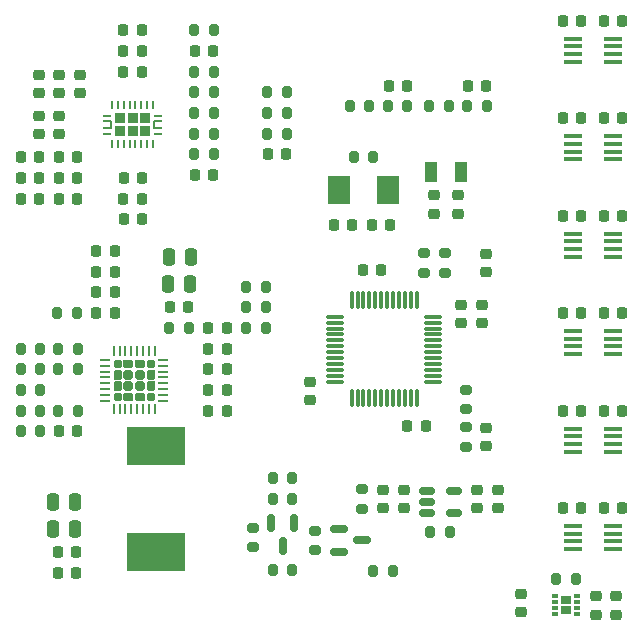
<source format=gbr>
%TF.GenerationSoftware,KiCad,Pcbnew,8.0.7*%
%TF.CreationDate,2025-01-12T17:23:01+01:00*%
%TF.ProjectId,MermaidControlUnit,4d65726d-6169-4644-936f-6e74726f6c55,rev?*%
%TF.SameCoordinates,PXb2564c0PY59d60c0*%
%TF.FileFunction,Paste,Top*%
%TF.FilePolarity,Positive*%
%FSLAX46Y46*%
G04 Gerber Fmt 4.6, Leading zero omitted, Abs format (unit mm)*
G04 Created by KiCad (PCBNEW 8.0.7) date 2025-01-12 17:23:01*
%MOMM*%
%LPD*%
G01*
G04 APERTURE LIST*
G04 Aperture macros list*
%AMRoundRect*
0 Rectangle with rounded corners*
0 $1 Rounding radius*
0 $2 $3 $4 $5 $6 $7 $8 $9 X,Y pos of 4 corners*
0 Add a 4 corners polygon primitive as box body*
4,1,4,$2,$3,$4,$5,$6,$7,$8,$9,$2,$3,0*
0 Add four circle primitives for the rounded corners*
1,1,$1+$1,$2,$3*
1,1,$1+$1,$4,$5*
1,1,$1+$1,$6,$7*
1,1,$1+$1,$8,$9*
0 Add four rect primitives between the rounded corners*
20,1,$1+$1,$2,$3,$4,$5,0*
20,1,$1+$1,$4,$5,$6,$7,0*
20,1,$1+$1,$6,$7,$8,$9,0*
20,1,$1+$1,$8,$9,$2,$3,0*%
%AMFreePoly0*
4,1,19,0.290204,0.301344,0.321117,0.247801,0.322490,0.232106,0.322490,-0.157228,0.301344,-0.215326,0.296017,-0.221139,0.221139,-0.296017,0.165105,-0.322146,0.157228,-0.322490,-0.232106,-0.322490,-0.290204,-0.301344,-0.321117,-0.247801,-0.322490,-0.232106,-0.322490,0.232106,-0.301344,0.290204,-0.247801,0.321117,-0.232106,0.322490,0.232106,0.322490,0.290204,0.301344,0.290204,0.301344,
$1*%
%AMFreePoly1*
4,1,21,0.231572,0.385173,0.236504,0.380653,0.300030,0.317127,0.322198,0.269587,0.322490,0.262904,0.322490,-0.262904,0.304550,-0.312195,0.300030,-0.317127,0.236504,-0.380653,0.188964,-0.402821,0.182281,-0.403113,-0.245807,-0.403113,-0.295098,-0.385173,-0.321325,-0.339746,-0.322490,-0.326430,-0.322490,0.326430,-0.304550,0.375721,-0.259123,0.401948,-0.245807,0.403113,0.182281,0.403113,
0.231572,0.385173,0.231572,0.385173,$1*%
%AMFreePoly2*
4,1,19,0.215326,0.301344,0.221139,0.296017,0.296017,0.221139,0.322146,0.165105,0.322490,0.157228,0.322490,-0.232106,0.301344,-0.290204,0.247801,-0.321117,0.232106,-0.322490,-0.232106,-0.322490,-0.290204,-0.301344,-0.321117,-0.247801,-0.322490,-0.232106,-0.322490,0.232106,-0.301344,0.290204,-0.247801,0.321117,-0.232106,0.322490,0.157228,0.322490,0.215326,0.301344,0.215326,0.301344,
$1*%
%AMFreePoly3*
4,1,21,0.375721,0.304550,0.401948,0.259123,0.403113,0.245807,0.403113,-0.182281,0.385173,-0.231572,0.380653,-0.236504,0.317127,-0.300030,0.269587,-0.322198,0.262904,-0.322490,-0.262904,-0.322490,-0.312195,-0.304550,-0.317127,-0.300030,-0.380653,-0.236504,-0.402821,-0.188964,-0.403113,-0.182281,-0.403113,0.245807,-0.385173,0.295098,-0.339746,0.321325,-0.326430,0.322490,0.326430,0.322490,
0.375721,0.304550,0.375721,0.304550,$1*%
%AMFreePoly4*
4,1,21,0.312195,0.304550,0.317127,0.300030,0.380653,0.236504,0.402821,0.188964,0.403113,0.182281,0.403113,-0.245807,0.385173,-0.295098,0.339746,-0.321325,0.326430,-0.322490,-0.326430,-0.322490,-0.375721,-0.304550,-0.401948,-0.259123,-0.403113,-0.245807,-0.403113,0.182281,-0.385173,0.231572,-0.380653,0.236504,-0.317127,0.300030,-0.269587,0.322198,-0.262904,0.322490,0.262904,0.322490,
0.312195,0.304550,0.312195,0.304550,$1*%
%AMFreePoly5*
4,1,19,0.290204,0.301344,0.321117,0.247801,0.322490,0.232106,0.322490,-0.232106,0.301344,-0.290204,0.247801,-0.321117,0.232106,-0.322490,-0.157228,-0.322490,-0.215326,-0.301344,-0.221139,-0.296017,-0.296017,-0.221139,-0.322146,-0.165105,-0.322490,-0.157228,-0.322490,0.232106,-0.301344,0.290204,-0.247801,0.321117,-0.232106,0.322490,0.232106,0.322490,0.290204,0.301344,0.290204,0.301344,
$1*%
%AMFreePoly6*
4,1,21,0.295098,0.385173,0.321325,0.339746,0.322490,0.326430,0.322490,-0.326430,0.304550,-0.375721,0.259123,-0.401948,0.245807,-0.403113,-0.182281,-0.403113,-0.231572,-0.385173,-0.236504,-0.380653,-0.300030,-0.317127,-0.322198,-0.269587,-0.322490,-0.262904,-0.322490,0.262904,-0.304550,0.312195,-0.300030,0.317127,-0.236504,0.380653,-0.188964,0.402821,-0.182281,0.403113,0.245807,0.403113,
0.295098,0.385173,0.295098,0.385173,$1*%
%AMFreePoly7*
4,1,19,0.290204,0.301344,0.321117,0.247801,0.322490,0.232106,0.322490,-0.232106,0.301344,-0.290204,0.247801,-0.321117,0.232106,-0.322490,-0.232106,-0.322490,-0.290204,-0.301344,-0.321117,-0.247801,-0.322490,-0.232106,-0.322490,0.157228,-0.301344,0.215326,-0.296017,0.221139,-0.221139,0.296017,-0.165105,0.322146,-0.157228,0.322490,0.232106,0.322490,0.290204,0.301344,0.290204,0.301344,
$1*%
G04 Aperture macros list end*
%ADD10RoundRect,0.225000X-0.250000X0.225000X-0.250000X-0.225000X0.250000X-0.225000X0.250000X0.225000X0*%
%ADD11RoundRect,0.200000X-0.200000X-0.275000X0.200000X-0.275000X0.200000X0.275000X-0.200000X0.275000X0*%
%ADD12RoundRect,0.200000X0.200000X0.275000X-0.200000X0.275000X-0.200000X-0.275000X0.200000X-0.275000X0*%
%ADD13R,1.000000X1.800000*%
%ADD14RoundRect,0.250000X-0.250000X-0.475000X0.250000X-0.475000X0.250000X0.475000X-0.250000X0.475000X0*%
%ADD15RoundRect,0.225000X-0.225000X-0.250000X0.225000X-0.250000X0.225000X0.250000X-0.225000X0.250000X0*%
%ADD16RoundRect,0.218750X-0.256250X0.218750X-0.256250X-0.218750X0.256250X-0.218750X0.256250X0.218750X0*%
%ADD17RoundRect,0.218750X0.218750X0.256250X-0.218750X0.256250X-0.218750X-0.256250X0.218750X-0.256250X0*%
%ADD18RoundRect,0.218750X-0.218750X-0.256250X0.218750X-0.256250X0.218750X0.256250X-0.218750X0.256250X0*%
%ADD19RoundRect,0.225000X0.250000X-0.225000X0.250000X0.225000X-0.250000X0.225000X-0.250000X-0.225000X0*%
%ADD20R,0.850000X0.650000*%
%ADD21R,0.500000X0.300000*%
%ADD22RoundRect,0.250000X0.250000X0.475000X-0.250000X0.475000X-0.250000X-0.475000X0.250000X-0.475000X0*%
%ADD23RoundRect,0.225000X0.225000X0.250000X-0.225000X0.250000X-0.225000X-0.250000X0.225000X-0.250000X0*%
%ADD24R,1.600000X0.300000*%
%ADD25RoundRect,0.200000X0.275000X-0.200000X0.275000X0.200000X-0.275000X0.200000X-0.275000X-0.200000X0*%
%ADD26RoundRect,0.150000X-0.587500X-0.150000X0.587500X-0.150000X0.587500X0.150000X-0.587500X0.150000X0*%
%ADD27R,0.850000X0.920000*%
%ADD28R,0.250000X0.750000*%
%ADD29RoundRect,0.050400X0.249600X-0.069600X0.249600X0.069600X-0.249600X0.069600X-0.249600X-0.069600X0*%
%ADD30RoundRect,0.050400X0.069600X-0.249600X0.069600X0.249600X-0.069600X0.249600X-0.069600X-0.249600X0*%
%ADD31RoundRect,0.050000X0.250000X-0.050000X0.250000X0.050000X-0.250000X0.050000X-0.250000X-0.050000X0*%
%ADD32RoundRect,0.075000X-0.075000X0.662500X-0.075000X-0.662500X0.075000X-0.662500X0.075000X0.662500X0*%
%ADD33RoundRect,0.075000X-0.662500X0.075000X-0.662500X-0.075000X0.662500X-0.075000X0.662500X0.075000X0*%
%ADD34R,1.900000X2.400000*%
%ADD35RoundRect,0.200000X-0.275000X0.200000X-0.275000X-0.200000X0.275000X-0.200000X0.275000X0.200000X0*%
%ADD36R,4.953000X3.175000*%
%ADD37FreePoly0,0.000000*%
%ADD38FreePoly1,0.000000*%
%ADD39FreePoly2,0.000000*%
%ADD40FreePoly3,0.000000*%
%ADD41RoundRect,0.201557X-0.201556X-0.201556X0.201556X-0.201556X0.201556X0.201556X-0.201556X0.201556X0*%
%ADD42FreePoly4,0.000000*%
%ADD43FreePoly5,0.000000*%
%ADD44FreePoly6,0.000000*%
%ADD45FreePoly7,0.000000*%
%ADD46RoundRect,0.062500X-0.337500X-0.062500X0.337500X-0.062500X0.337500X0.062500X-0.337500X0.062500X0*%
%ADD47RoundRect,0.062500X-0.062500X-0.337500X0.062500X-0.337500X0.062500X0.337500X-0.062500X0.337500X0*%
%ADD48RoundRect,0.150000X-0.150000X0.587500X-0.150000X-0.587500X0.150000X-0.587500X0.150000X0.587500X0*%
%ADD49RoundRect,0.150000X-0.512500X-0.150000X0.512500X-0.150000X0.512500X0.150000X-0.512500X0.150000X0*%
G04 APERTURE END LIST*
D10*
%TO.C,C9*%
X50100000Y35412500D03*
X50100000Y33862500D03*
%TD*%
D11*
%TO.C,R30*%
X25775000Y48150000D03*
X27425000Y48150000D03*
%TD*%
D10*
%TO.C,C56*%
X61500000Y10725000D03*
X61500000Y9175000D03*
%TD*%
D12*
%TO.C,R35*%
X27425000Y53400000D03*
X25775000Y53400000D03*
%TD*%
D13*
%TO.C,Y2*%
X48350000Y46637500D03*
X45850000Y46637500D03*
%TD*%
D12*
%TO.C,R12*%
X47425000Y16200000D03*
X45775000Y16200000D03*
%TD*%
D14*
%TO.C,C60*%
X23600000Y39450000D03*
X25500000Y39450000D03*
%TD*%
D15*
%TO.C,C51*%
X25825000Y56900000D03*
X27375000Y56900000D03*
%TD*%
D16*
%TO.C,D3*%
X50500000Y24987500D03*
X50500000Y23412500D03*
%TD*%
D17*
%TO.C,D8*%
X27387500Y46400000D03*
X25812500Y46400000D03*
%TD*%
D18*
%TO.C,D7*%
X17462500Y39950000D03*
X19037500Y39950000D03*
%TD*%
D17*
%TO.C,D6*%
X19037500Y38200000D03*
X17462500Y38200000D03*
%TD*%
D19*
%TO.C,C44*%
X16100000Y53350000D03*
X16100000Y54900000D03*
%TD*%
D20*
%TO.C,U11*%
X57250000Y10450000D03*
X57250000Y9575000D03*
D21*
X56350000Y10762500D03*
X56350000Y10262500D03*
X56350000Y9762500D03*
X56350000Y9262500D03*
X58150000Y9262500D03*
X58150000Y9762500D03*
X58150000Y10262500D03*
X58150000Y10762500D03*
%TD*%
D22*
%TO.C,C58*%
X15700000Y18700000D03*
X13800000Y18700000D03*
%TD*%
D11*
%TO.C,R34*%
X31975000Y49850000D03*
X33625000Y49850000D03*
%TD*%
D15*
%TO.C,C26*%
X60475000Y59450000D03*
X62025000Y59450000D03*
%TD*%
D11*
%TO.C,R28*%
X30175000Y35200000D03*
X31825000Y35200000D03*
%TD*%
D15*
%TO.C,C16*%
X26975000Y26450000D03*
X28525000Y26450000D03*
%TD*%
%TO.C,C48*%
X19775000Y55150000D03*
X21325000Y55150000D03*
%TD*%
%TO.C,C38*%
X11075000Y44400000D03*
X12625000Y44400000D03*
%TD*%
D10*
%TO.C,C12*%
X41750000Y19725000D03*
X41750000Y18175000D03*
%TD*%
D23*
%TO.C,C23*%
X15775000Y14450000D03*
X14225000Y14450000D03*
%TD*%
D24*
%TO.C,U8*%
X57800000Y41425000D03*
X57800000Y40775000D03*
X57800000Y40125000D03*
X57800000Y39475000D03*
X61200000Y39475000D03*
X61200000Y40125000D03*
X61200000Y40775000D03*
X61200000Y41425000D03*
%TD*%
D17*
%TO.C,D4*%
X19037500Y34700000D03*
X17462500Y34700000D03*
%TD*%
D25*
%TO.C,R38*%
X40000000Y18125000D03*
X40000000Y19775000D03*
%TD*%
D11*
%TO.C,R31*%
X25775000Y49900000D03*
X27425000Y49900000D03*
%TD*%
D23*
%TO.C,C33*%
X58525000Y18200000D03*
X56975000Y18200000D03*
%TD*%
D15*
%TO.C,C43*%
X14325000Y47900000D03*
X15875000Y47900000D03*
%TD*%
D23*
%TO.C,C22*%
X15875000Y24700000D03*
X14325000Y24700000D03*
%TD*%
D24*
%TO.C,U4*%
X57800000Y57925000D03*
X57800000Y57275000D03*
X57800000Y56625000D03*
X57800000Y55975000D03*
X61200000Y55975000D03*
X61200000Y56625000D03*
X61200000Y57275000D03*
X61200000Y57925000D03*
%TD*%
D23*
%TO.C,C3*%
X39125000Y42137500D03*
X37575000Y42137500D03*
%TD*%
D26*
%TO.C,D1*%
X38062500Y16400000D03*
X38062500Y14500000D03*
X39937500Y15450000D03*
%TD*%
D27*
%TO.C,U10*%
X19500000Y50090000D03*
X20550000Y50090000D03*
X21600000Y50090000D03*
D28*
X18750000Y50650000D03*
X22350000Y50650000D03*
D27*
X19500000Y51210000D03*
X20550000Y51210000D03*
X21600000Y51210000D03*
D29*
X18400000Y49900000D03*
D30*
X18800000Y49000000D03*
X19300000Y49000000D03*
X19800000Y49000000D03*
X20300000Y49000000D03*
X20800000Y49000000D03*
X21300000Y49000000D03*
X21800000Y49000000D03*
X22300000Y49000000D03*
D29*
X22700000Y49900000D03*
X22700000Y51400000D03*
D30*
X22300000Y52300000D03*
X21800000Y52300000D03*
X21300000Y52300000D03*
X20800000Y52300000D03*
X20300000Y52300000D03*
X19800000Y52300000D03*
X19300000Y52300000D03*
X18800000Y52300000D03*
D29*
X18400000Y51400000D03*
D31*
X18400000Y50375000D03*
X22700000Y50375000D03*
X18400000Y50925000D03*
X22700000Y50925000D03*
%TD*%
D19*
%TO.C,C45*%
X14350000Y53350000D03*
X14350000Y54900000D03*
%TD*%
D17*
%TO.C,F1*%
X15787500Y12700000D03*
X14212500Y12700000D03*
%TD*%
D32*
%TO.C,U1*%
X44600000Y35800000D03*
X44100000Y35800000D03*
X43600000Y35800000D03*
X43100000Y35800000D03*
X42600000Y35800000D03*
X42100000Y35800000D03*
X41600000Y35800000D03*
X41100000Y35800000D03*
X40600000Y35800000D03*
X40100000Y35800000D03*
X39600000Y35800000D03*
X39100000Y35800000D03*
D33*
X37687500Y34387500D03*
X37687500Y33887500D03*
X37687500Y33387500D03*
X37687500Y32887500D03*
X37687500Y32387500D03*
X37687500Y31887500D03*
X37687500Y31387500D03*
X37687500Y30887500D03*
X37687500Y30387500D03*
X37687500Y29887500D03*
X37687500Y29387500D03*
X37687500Y28887500D03*
D32*
X39100000Y27475000D03*
X39600000Y27475000D03*
X40100000Y27475000D03*
X40600000Y27475000D03*
X41100000Y27475000D03*
X41600000Y27475000D03*
X42100000Y27475000D03*
X42600000Y27475000D03*
X43100000Y27475000D03*
X43600000Y27475000D03*
X44100000Y27475000D03*
X44600000Y27475000D03*
D33*
X46012500Y28887500D03*
X46012500Y29387500D03*
X46012500Y29887500D03*
X46012500Y30387500D03*
X46012500Y30887500D03*
X46012500Y31387500D03*
X46012500Y31887500D03*
X46012500Y32387500D03*
X46012500Y32887500D03*
X46012500Y33387500D03*
X46012500Y33887500D03*
X46012500Y34387500D03*
%TD*%
D34*
%TO.C,Y1*%
X42150000Y45137500D03*
X38050000Y45137500D03*
%TD*%
D11*
%TO.C,R23*%
X32425000Y18950000D03*
X34075000Y18950000D03*
%TD*%
%TO.C,R36*%
X25775000Y58650000D03*
X27425000Y58650000D03*
%TD*%
D18*
%TO.C,D5*%
X17462500Y36450000D03*
X19037500Y36450000D03*
%TD*%
D19*
%TO.C,C46*%
X12600000Y53350000D03*
X12600000Y54900000D03*
%TD*%
D12*
%TO.C,R13*%
X25325000Y33450000D03*
X23675000Y33450000D03*
%TD*%
D15*
%TO.C,C54*%
X19800000Y42650000D03*
X21350000Y42650000D03*
%TD*%
D22*
%TO.C,C59*%
X15700000Y16450000D03*
X13800000Y16450000D03*
%TD*%
D15*
%TO.C,C27*%
X60475000Y34700000D03*
X62025000Y34700000D03*
%TD*%
D24*
%TO.C,U6*%
X57800000Y49675000D03*
X57800000Y49025000D03*
X57800000Y48375000D03*
X57800000Y47725000D03*
X61200000Y47725000D03*
X61200000Y48375000D03*
X61200000Y49025000D03*
X61200000Y49675000D03*
%TD*%
D15*
%TO.C,C10*%
X48925000Y53950000D03*
X50475000Y53950000D03*
%TD*%
D12*
%TO.C,R9*%
X50525000Y52200000D03*
X48875000Y52200000D03*
%TD*%
D25*
%TO.C,R5*%
X48750000Y26575000D03*
X48750000Y28225000D03*
%TD*%
D15*
%TO.C,C1*%
X40825000Y42137500D03*
X42375000Y42137500D03*
%TD*%
%TO.C,C31*%
X60475000Y26450000D03*
X62025000Y26450000D03*
%TD*%
%TO.C,C52*%
X19800000Y46150000D03*
X21350000Y46150000D03*
%TD*%
D35*
%TO.C,R7*%
X45250000Y39775000D03*
X45250000Y38125000D03*
%TD*%
D15*
%TO.C,C36*%
X11075000Y47900000D03*
X12625000Y47900000D03*
%TD*%
D12*
%TO.C,R40*%
X33625000Y53450000D03*
X31975000Y53450000D03*
%TD*%
D15*
%TO.C,C30*%
X60475000Y51200000D03*
X62025000Y51200000D03*
%TD*%
%TO.C,C18*%
X26975000Y28200000D03*
X28525000Y28200000D03*
%TD*%
D12*
%TO.C,R6*%
X42575000Y12900000D03*
X40925000Y12900000D03*
%TD*%
D36*
%TO.C,L1*%
X22500000Y23458000D03*
X22500000Y14442000D03*
%TD*%
D35*
%TO.C,R3*%
X48750000Y25025000D03*
X48750000Y23375000D03*
%TD*%
D23*
%TO.C,C6*%
X45375000Y25137500D03*
X43825000Y25137500D03*
%TD*%
D12*
%TO.C,R21*%
X15925000Y26450000D03*
X14275000Y26450000D03*
%TD*%
D10*
%TO.C,C7*%
X48350000Y35412500D03*
X48350000Y33862500D03*
%TD*%
D25*
%TO.C,R24*%
X30750000Y14875000D03*
X30750000Y16525000D03*
%TD*%
D15*
%TO.C,C34*%
X60475000Y42950000D03*
X62025000Y42950000D03*
%TD*%
D11*
%TO.C,R39*%
X56425000Y12200000D03*
X58075000Y12200000D03*
%TD*%
D15*
%TO.C,C20*%
X26975000Y33450000D03*
X28525000Y33450000D03*
%TD*%
D19*
%TO.C,C39*%
X12600000Y49850000D03*
X12600000Y51400000D03*
%TD*%
D12*
%TO.C,R15*%
X12725000Y28200000D03*
X11075000Y28200000D03*
%TD*%
D24*
%TO.C,U5*%
X57800000Y33175000D03*
X57800000Y32525000D03*
X57800000Y31875000D03*
X57800000Y31225000D03*
X61200000Y31225000D03*
X61200000Y31875000D03*
X61200000Y32525000D03*
X61200000Y33175000D03*
%TD*%
D25*
%TO.C,R1*%
X36000000Y14625000D03*
X36000000Y16275000D03*
%TD*%
D23*
%TO.C,C29*%
X58525000Y26450000D03*
X56975000Y26450000D03*
%TD*%
D11*
%TO.C,R29*%
X30175000Y33450000D03*
X31825000Y33450000D03*
%TD*%
D15*
%TO.C,C8*%
X40075000Y38387500D03*
X41625000Y38387500D03*
%TD*%
%TO.C,C17*%
X23725000Y35200000D03*
X25275000Y35200000D03*
%TD*%
D11*
%TO.C,R32*%
X25775000Y51650000D03*
X27425000Y51650000D03*
%TD*%
D12*
%TO.C,R11*%
X43825000Y52200000D03*
X42175000Y52200000D03*
%TD*%
D15*
%TO.C,C11*%
X42225000Y53950000D03*
X43775000Y53950000D03*
%TD*%
D24*
%TO.C,U7*%
X57800000Y24925000D03*
X57800000Y24275000D03*
X57800000Y23625000D03*
X57800000Y22975000D03*
X61200000Y22975000D03*
X61200000Y23625000D03*
X61200000Y24275000D03*
X61200000Y24925000D03*
%TD*%
D12*
%TO.C,R17*%
X12725000Y31675000D03*
X11075000Y31675000D03*
%TD*%
D15*
%TO.C,C49*%
X19775000Y56900000D03*
X21325000Y56900000D03*
%TD*%
D12*
%TO.C,R18*%
X15925000Y29975000D03*
X14275000Y29975000D03*
%TD*%
D23*
%TO.C,C25*%
X58525000Y34700000D03*
X56975000Y34700000D03*
%TD*%
D19*
%TO.C,C5*%
X35600000Y27325000D03*
X35600000Y28875000D03*
%TD*%
D11*
%TO.C,R22*%
X32425000Y12950000D03*
X34075000Y12950000D03*
%TD*%
D14*
%TO.C,C61*%
X23550000Y37200000D03*
X25450000Y37200000D03*
%TD*%
D23*
%TO.C,C32*%
X58525000Y42950000D03*
X56975000Y42950000D03*
%TD*%
%TO.C,C28*%
X58525000Y51200000D03*
X56975000Y51200000D03*
%TD*%
D15*
%TO.C,C35*%
X60475000Y18200000D03*
X62025000Y18200000D03*
%TD*%
D12*
%TO.C,R14*%
X12725000Y24700000D03*
X11075000Y24700000D03*
%TD*%
D19*
%TO.C,C40*%
X14350000Y49850000D03*
X14350000Y51400000D03*
%TD*%
D15*
%TO.C,C21*%
X26975000Y31700000D03*
X28525000Y31700000D03*
%TD*%
D23*
%TO.C,C47*%
X33575000Y48150000D03*
X32025000Y48150000D03*
%TD*%
D15*
%TO.C,C50*%
X19775000Y58650000D03*
X21325000Y58650000D03*
%TD*%
D12*
%TO.C,R4*%
X40925000Y47887500D03*
X39275000Y47887500D03*
%TD*%
%TO.C,R19*%
X12725000Y29950000D03*
X11075000Y29950000D03*
%TD*%
D37*
%TO.C,U3*%
X19300000Y30400000D03*
D38*
X19300000Y29500000D03*
X19300000Y28500000D03*
D39*
X19300000Y27600000D03*
D40*
X20200000Y30400000D03*
D41*
X20200000Y29500000D03*
X20200000Y28500000D03*
D42*
X20200000Y27600000D03*
D40*
X21200000Y30400000D03*
D41*
X21200000Y29500000D03*
X21200000Y28500000D03*
D42*
X21200000Y27600000D03*
D43*
X22100000Y30400000D03*
D44*
X22100000Y29500000D03*
X22100000Y28500000D03*
D45*
X22100000Y27600000D03*
D46*
X18250000Y30750000D03*
X18250000Y30250000D03*
X18250000Y29750000D03*
X18250000Y29250000D03*
X18250000Y28750000D03*
X18250000Y28250000D03*
X18250000Y27750000D03*
X18250000Y27250000D03*
D47*
X18950000Y26550000D03*
X19450000Y26550000D03*
X19950000Y26550000D03*
X20450000Y26550000D03*
X20950000Y26550000D03*
X21450000Y26550000D03*
X21950000Y26550000D03*
X22450000Y26550000D03*
D46*
X23150000Y27250000D03*
X23150000Y27750000D03*
X23150000Y28250000D03*
X23150000Y28750000D03*
X23150000Y29250000D03*
X23150000Y29750000D03*
X23150000Y30250000D03*
X23150000Y30750000D03*
D47*
X22450000Y31450000D03*
X21950000Y31450000D03*
X21450000Y31450000D03*
X20950000Y31450000D03*
X20450000Y31450000D03*
X19950000Y31450000D03*
X19450000Y31450000D03*
X18950000Y31450000D03*
%TD*%
D19*
%TO.C,C4*%
X46100000Y43112500D03*
X46100000Y44662500D03*
%TD*%
D15*
%TO.C,C42*%
X14325000Y46150000D03*
X15875000Y46150000D03*
%TD*%
D10*
%TO.C,C15*%
X51500000Y19725000D03*
X51500000Y18175000D03*
%TD*%
D12*
%TO.C,R10*%
X40575000Y52200000D03*
X38925000Y52200000D03*
%TD*%
%TO.C,R37*%
X27425000Y55150000D03*
X25775000Y55150000D03*
%TD*%
D15*
%TO.C,C37*%
X11075000Y46150000D03*
X12625000Y46150000D03*
%TD*%
D12*
%TO.C,R33*%
X33625000Y51650000D03*
X31975000Y51650000D03*
%TD*%
D10*
%TO.C,C55*%
X59750000Y10725000D03*
X59750000Y9175000D03*
%TD*%
D15*
%TO.C,C53*%
X19775000Y44400000D03*
X21325000Y44400000D03*
%TD*%
D16*
%TO.C,D2*%
X50500000Y39737500D03*
X50500000Y38162500D03*
%TD*%
D12*
%TO.C,R16*%
X15900000Y31675000D03*
X14250000Y31675000D03*
%TD*%
%TO.C,R20*%
X12725000Y26450000D03*
X11075000Y26450000D03*
%TD*%
D48*
%TO.C,Q1*%
X34200000Y16887500D03*
X32300000Y16887500D03*
X33250000Y15012500D03*
%TD*%
D12*
%TO.C,R25*%
X34075000Y20700000D03*
X32425000Y20700000D03*
%TD*%
D11*
%TO.C,R27*%
X30175000Y36950000D03*
X31825000Y36950000D03*
%TD*%
D10*
%TO.C,C14*%
X49750000Y19725000D03*
X49750000Y18175000D03*
%TD*%
%TO.C,C57*%
X53475000Y10900000D03*
X53475000Y9350000D03*
%TD*%
D23*
%TO.C,C24*%
X58525000Y59450000D03*
X56975000Y59450000D03*
%TD*%
D10*
%TO.C,C13*%
X43500000Y19725000D03*
X43500000Y18175000D03*
%TD*%
D25*
%TO.C,R2*%
X47000000Y38125000D03*
X47000000Y39775000D03*
%TD*%
D24*
%TO.C,U9*%
X57800000Y16675000D03*
X57800000Y16025000D03*
X57800000Y15375000D03*
X57800000Y14725000D03*
X61200000Y14725000D03*
X61200000Y15375000D03*
X61200000Y16025000D03*
X61200000Y16675000D03*
%TD*%
D15*
%TO.C,C19*%
X26975000Y29950000D03*
X28525000Y29950000D03*
%TD*%
D49*
%TO.C,U2*%
X45462500Y19650000D03*
X45462500Y18700000D03*
X45462500Y17750000D03*
X47737500Y17750000D03*
X47737500Y19650000D03*
%TD*%
D15*
%TO.C,C41*%
X14325000Y44400000D03*
X15875000Y44400000D03*
%TD*%
D19*
%TO.C,C2*%
X48100000Y43112500D03*
X48100000Y44662500D03*
%TD*%
D11*
%TO.C,R26*%
X14175000Y34700000D03*
X15825000Y34700000D03*
%TD*%
D12*
%TO.C,R8*%
X47325000Y52200000D03*
X45675000Y52200000D03*
%TD*%
M02*

</source>
